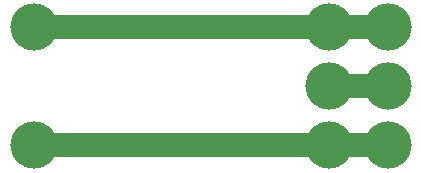
<source format=gbr>
G04 Two_conductor_PCB*
%FSLAX32Y32*%
%MOMM*%
%ADD10C,4.00*%
%ADD11C,2.00*%
D10*
*G01
X-01500Y00500D03*
X-01500Y-00500D03*
X01000Y00500D03*
X01000Y00000D03*
X01000Y-00500D03*
X01500Y00500D03*
X01500Y00000D03*
X01500Y-00500D03*
D11*
X-01500Y-00500D02*
X01500Y-00500D01*
X-01500Y00500D02*
X01500Y00500D01*
X01000Y00000D02*
X01500Y00000D01*
M02*

</source>
